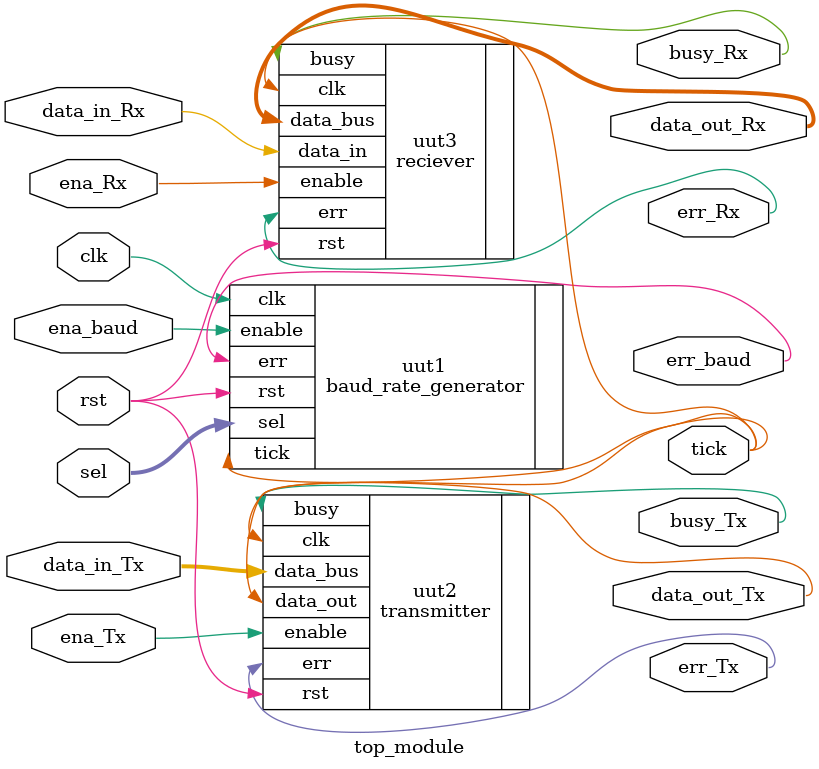
<source format=sv>
`timescale 1ns / 1ps

module top_module(
    input rst,
    input clk,
    input ena_baud,
    input ena_Tx,
    input ena_Rx,
    input[3:0] sel,
    input [7:0] data_in_Tx,
    input data_in_Rx,
    output data_out_Tx,
    output [7:0] data_out_Rx,
    output err_baud,
    output err_Tx,
    output err_Rx,
    output busy_Tx,
    output busy_Rx,
    output logic tick
    );
    baud_rate_generator uut1(.enable(ena_baud),.clk(clk),.rst(rst),.sel(sel),.tick(tick),.err(err_baud));
   
    transmitter uut2(.clk(tick),.rst(rst),.enable(ena_Tx),.data_bus(data_in_Tx),.busy(busy_Tx),.data_out(data_out_Tx),.err(err_Tx));
    reciever uut3(.clk(tick),.rst(rst),.enable(ena_Rx),.data_in(data_in_Rx),.busy(busy_Rx),.data_bus(data_out_Rx),.err(err_Rx));
endmodule

</source>
